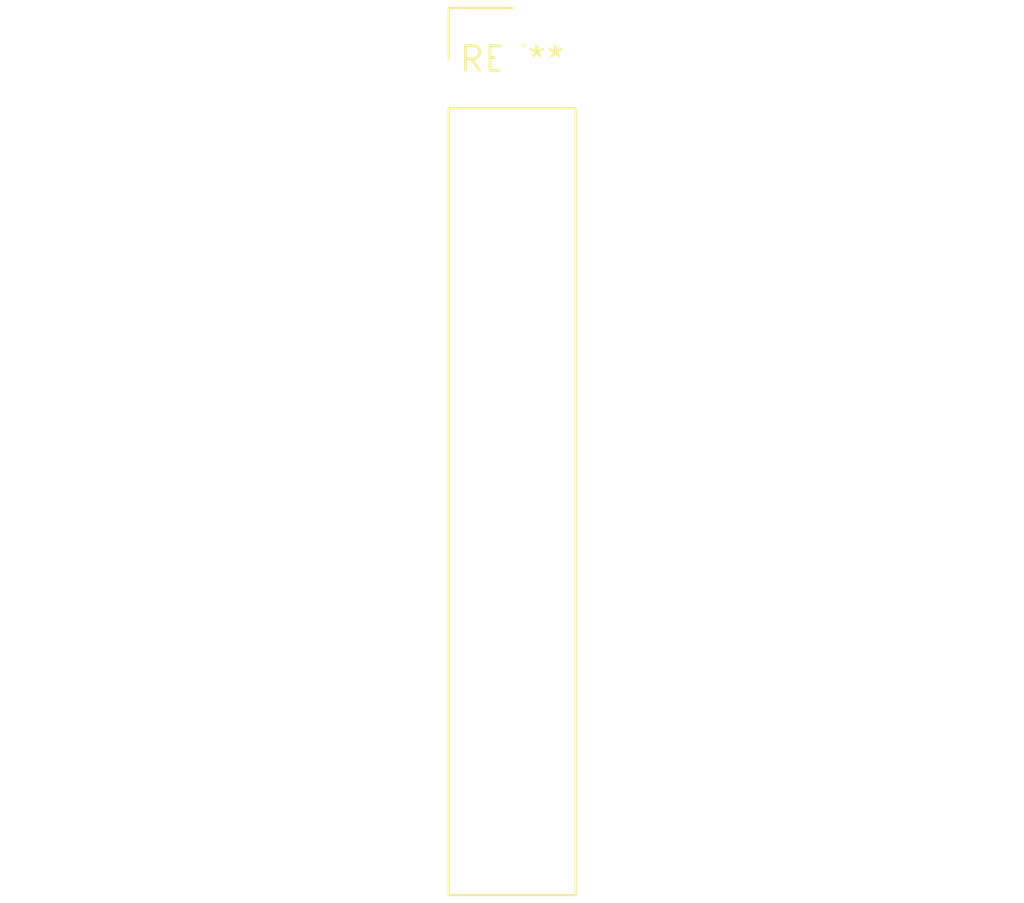
<source format=kicad_pcb>
(kicad_pcb (version 20240108) (generator pcbnew)
  (layers (0 "F.Cu" signal) (31 "B.Cu" signal) (34 "B.Paste" user) (35 "F.Paste" user) (36 "B.SilkS" user "B.Silkscreen") (37 "F.SilkS" user "F.Silkscreen") (38 "B.Mask" user) (39 "F.Mask" user) (44 "Edge.Cuts" user))
  (net 0 "")
  (footprint "Samtec_HPM-09-01-x-S_Straight_1x09_Pitch5.08mm" (layer "F.Cu") (at 0 0)
    (property "Reference" "REF**")
    (property "Value" "Samtec_HPM-09-01-x-S_Straight_1x09_Pitch5.08mm")
    (fp_line (start -3.285 -2.65) (end 0 -2.65) (layer "F.SilkS") (stroke (width 0.12)))
    (fp_line (start -3.285 0) (end -3.285 -2.65) (layer "F.SilkS") (stroke (width 0.12)))
    (fp_line (start -3.285 2.54) (end -3.285 43.29) (layer "F.SilkS") (stroke (width 0.12)))
    (fp_line (start -3.285 2.54) (end 3.285 2.54) (layer "F.SilkS") (stroke (width 0.12)))
    (fp_line (start -3.285 43.29) (end 3.285 43.29) (layer "F.SilkS") (stroke (width 0.12)))
    (fp_line (start 3.285 2.54) (end 3.285 43.29) (layer "F.SilkS") (stroke (width 0.12)))
    (pad "1" thru_hole rect (at 0 0) (size 2.8 2.8) (drill 1.75) (layers *.Cu *.Mask) (remove_unused_layers))
    (pad "2" thru_hole circle (at 0 5.08) (size 2.8 2.8) (drill 1.75) (layers *.Cu *.Mask) (remove_unused_layers))
    (pad "3" thru_hole circle (at 0 10.16) (size 2.8 2.8) (drill 1.75) (layers *.Cu *.Mask) (remove_unused_layers))
    (pad "4" thru_hole circle (at 0 15.24) (size 2.8 2.8) (drill 1.75) (layers *.Cu *.Mask) (remove_unused_layers))
    (pad "5" thru_hole circle (at 0 20.32) (size 2.8 2.8) (drill 1.75) (layers *.Cu *.Mask) (remove_unused_layers))
    (pad "6" thru_hole circle (at 0 25.4) (size 2.8 2.8) (drill 1.75) (layers *.Cu *.Mask) (remove_unused_layers))
    (pad "7" thru_hole circle (at 0 30.48) (size 2.8 2.8) (drill 1.75) (layers *.Cu *.Mask) (remove_unused_layers))
    (pad "8" thru_hole circle (at 0 35.56) (size 2.8 2.8) (drill 1.75) (layers *.Cu *.Mask) (remove_unused_layers))
    (pad "9" thru_hole circle (at 0 40.64) (size 2.8 2.8) (drill 1.75) (layers *.Cu *.Mask) (remove_unused_layers))
  )
)
</source>
